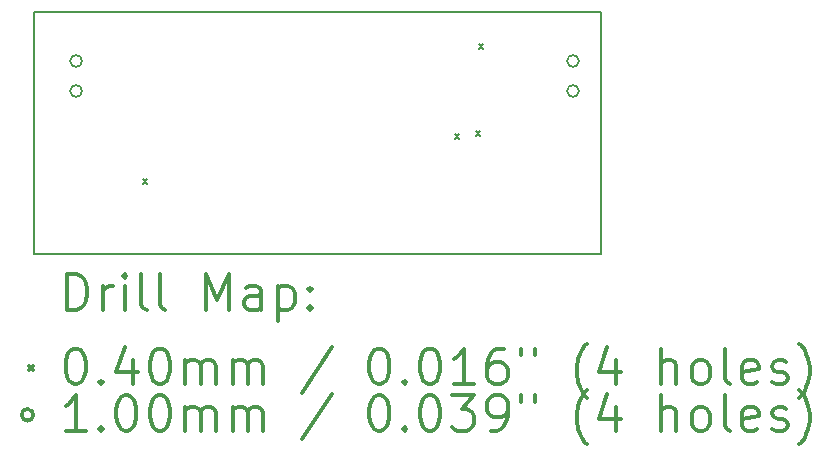
<source format=gbr>
%FSLAX45Y45*%
G04 Gerber Fmt 4.5, Leading zero omitted, Abs format (unit mm)*
G04 Created by KiCad (PCBNEW (5.1.6)-1) date 2021-05-11 15:15:30*
%MOMM*%
%LPD*%
G01*
G04 APERTURE LIST*
%TA.AperFunction,Profile*%
%ADD10C,0.150000*%
%TD*%
%ADD11C,0.200000*%
%ADD12C,0.300000*%
G04 APERTURE END LIST*
D10*
X12525000Y-5725000D02*
X7725000Y-5725000D01*
X12525000Y-7775000D02*
X12525000Y-5725000D01*
X7725000Y-7775000D02*
X12525000Y-7775000D01*
X7725000Y-5725000D02*
X7725000Y-7775000D01*
D11*
X8641400Y-7142800D02*
X8681400Y-7182800D01*
X8681400Y-7142800D02*
X8641400Y-7182800D01*
X11283000Y-6761800D02*
X11323000Y-6801800D01*
X11323000Y-6761800D02*
X11283000Y-6801800D01*
X11461000Y-6734000D02*
X11501000Y-6774000D01*
X11501000Y-6734000D02*
X11461000Y-6774000D01*
X11486200Y-5999800D02*
X11526200Y-6039800D01*
X11526200Y-5999800D02*
X11486200Y-6039800D01*
X8129740Y-6142990D02*
G75*
G03*
X8129740Y-6142990I-50000J0D01*
G01*
X8129740Y-6396990D02*
G75*
G03*
X8129740Y-6396990I-50000J0D01*
G01*
X12335980Y-6142990D02*
G75*
G03*
X12335980Y-6142990I-50000J0D01*
G01*
X12335980Y-6396990D02*
G75*
G03*
X12335980Y-6396990I-50000J0D01*
G01*
D12*
X8003928Y-8248214D02*
X8003928Y-7948214D01*
X8075357Y-7948214D01*
X8118214Y-7962500D01*
X8146786Y-7991071D01*
X8161071Y-8019643D01*
X8175357Y-8076786D01*
X8175357Y-8119643D01*
X8161071Y-8176786D01*
X8146786Y-8205357D01*
X8118214Y-8233929D01*
X8075357Y-8248214D01*
X8003928Y-8248214D01*
X8303928Y-8248214D02*
X8303928Y-8048214D01*
X8303928Y-8105357D02*
X8318214Y-8076786D01*
X8332500Y-8062500D01*
X8361071Y-8048214D01*
X8389643Y-8048214D01*
X8489643Y-8248214D02*
X8489643Y-8048214D01*
X8489643Y-7948214D02*
X8475357Y-7962500D01*
X8489643Y-7976786D01*
X8503928Y-7962500D01*
X8489643Y-7948214D01*
X8489643Y-7976786D01*
X8675357Y-8248214D02*
X8646786Y-8233929D01*
X8632500Y-8205357D01*
X8632500Y-7948214D01*
X8832500Y-8248214D02*
X8803928Y-8233929D01*
X8789643Y-8205357D01*
X8789643Y-7948214D01*
X9175357Y-8248214D02*
X9175357Y-7948214D01*
X9275357Y-8162500D01*
X9375357Y-7948214D01*
X9375357Y-8248214D01*
X9646786Y-8248214D02*
X9646786Y-8091071D01*
X9632500Y-8062500D01*
X9603928Y-8048214D01*
X9546786Y-8048214D01*
X9518214Y-8062500D01*
X9646786Y-8233929D02*
X9618214Y-8248214D01*
X9546786Y-8248214D01*
X9518214Y-8233929D01*
X9503928Y-8205357D01*
X9503928Y-8176786D01*
X9518214Y-8148214D01*
X9546786Y-8133929D01*
X9618214Y-8133929D01*
X9646786Y-8119643D01*
X9789643Y-8048214D02*
X9789643Y-8348214D01*
X9789643Y-8062500D02*
X9818214Y-8048214D01*
X9875357Y-8048214D01*
X9903928Y-8062500D01*
X9918214Y-8076786D01*
X9932500Y-8105357D01*
X9932500Y-8191071D01*
X9918214Y-8219643D01*
X9903928Y-8233929D01*
X9875357Y-8248214D01*
X9818214Y-8248214D01*
X9789643Y-8233929D01*
X10061071Y-8219643D02*
X10075357Y-8233929D01*
X10061071Y-8248214D01*
X10046786Y-8233929D01*
X10061071Y-8219643D01*
X10061071Y-8248214D01*
X10061071Y-8062500D02*
X10075357Y-8076786D01*
X10061071Y-8091071D01*
X10046786Y-8076786D01*
X10061071Y-8062500D01*
X10061071Y-8091071D01*
X7677500Y-8722500D02*
X7717500Y-8762500D01*
X7717500Y-8722500D02*
X7677500Y-8762500D01*
X8061071Y-8578214D02*
X8089643Y-8578214D01*
X8118214Y-8592500D01*
X8132500Y-8606786D01*
X8146786Y-8635357D01*
X8161071Y-8692500D01*
X8161071Y-8763929D01*
X8146786Y-8821072D01*
X8132500Y-8849643D01*
X8118214Y-8863929D01*
X8089643Y-8878214D01*
X8061071Y-8878214D01*
X8032500Y-8863929D01*
X8018214Y-8849643D01*
X8003928Y-8821072D01*
X7989643Y-8763929D01*
X7989643Y-8692500D01*
X8003928Y-8635357D01*
X8018214Y-8606786D01*
X8032500Y-8592500D01*
X8061071Y-8578214D01*
X8289643Y-8849643D02*
X8303928Y-8863929D01*
X8289643Y-8878214D01*
X8275357Y-8863929D01*
X8289643Y-8849643D01*
X8289643Y-8878214D01*
X8561071Y-8678214D02*
X8561071Y-8878214D01*
X8489643Y-8563929D02*
X8418214Y-8778214D01*
X8603928Y-8778214D01*
X8775357Y-8578214D02*
X8803928Y-8578214D01*
X8832500Y-8592500D01*
X8846786Y-8606786D01*
X8861071Y-8635357D01*
X8875357Y-8692500D01*
X8875357Y-8763929D01*
X8861071Y-8821072D01*
X8846786Y-8849643D01*
X8832500Y-8863929D01*
X8803928Y-8878214D01*
X8775357Y-8878214D01*
X8746786Y-8863929D01*
X8732500Y-8849643D01*
X8718214Y-8821072D01*
X8703928Y-8763929D01*
X8703928Y-8692500D01*
X8718214Y-8635357D01*
X8732500Y-8606786D01*
X8746786Y-8592500D01*
X8775357Y-8578214D01*
X9003928Y-8878214D02*
X9003928Y-8678214D01*
X9003928Y-8706786D02*
X9018214Y-8692500D01*
X9046786Y-8678214D01*
X9089643Y-8678214D01*
X9118214Y-8692500D01*
X9132500Y-8721072D01*
X9132500Y-8878214D01*
X9132500Y-8721072D02*
X9146786Y-8692500D01*
X9175357Y-8678214D01*
X9218214Y-8678214D01*
X9246786Y-8692500D01*
X9261071Y-8721072D01*
X9261071Y-8878214D01*
X9403928Y-8878214D02*
X9403928Y-8678214D01*
X9403928Y-8706786D02*
X9418214Y-8692500D01*
X9446786Y-8678214D01*
X9489643Y-8678214D01*
X9518214Y-8692500D01*
X9532500Y-8721072D01*
X9532500Y-8878214D01*
X9532500Y-8721072D02*
X9546786Y-8692500D01*
X9575357Y-8678214D01*
X9618214Y-8678214D01*
X9646786Y-8692500D01*
X9661071Y-8721072D01*
X9661071Y-8878214D01*
X10246786Y-8563929D02*
X9989643Y-8949643D01*
X10632500Y-8578214D02*
X10661071Y-8578214D01*
X10689643Y-8592500D01*
X10703928Y-8606786D01*
X10718214Y-8635357D01*
X10732500Y-8692500D01*
X10732500Y-8763929D01*
X10718214Y-8821072D01*
X10703928Y-8849643D01*
X10689643Y-8863929D01*
X10661071Y-8878214D01*
X10632500Y-8878214D01*
X10603928Y-8863929D01*
X10589643Y-8849643D01*
X10575357Y-8821072D01*
X10561071Y-8763929D01*
X10561071Y-8692500D01*
X10575357Y-8635357D01*
X10589643Y-8606786D01*
X10603928Y-8592500D01*
X10632500Y-8578214D01*
X10861071Y-8849643D02*
X10875357Y-8863929D01*
X10861071Y-8878214D01*
X10846786Y-8863929D01*
X10861071Y-8849643D01*
X10861071Y-8878214D01*
X11061071Y-8578214D02*
X11089643Y-8578214D01*
X11118214Y-8592500D01*
X11132500Y-8606786D01*
X11146786Y-8635357D01*
X11161071Y-8692500D01*
X11161071Y-8763929D01*
X11146786Y-8821072D01*
X11132500Y-8849643D01*
X11118214Y-8863929D01*
X11089643Y-8878214D01*
X11061071Y-8878214D01*
X11032500Y-8863929D01*
X11018214Y-8849643D01*
X11003928Y-8821072D01*
X10989643Y-8763929D01*
X10989643Y-8692500D01*
X11003928Y-8635357D01*
X11018214Y-8606786D01*
X11032500Y-8592500D01*
X11061071Y-8578214D01*
X11446786Y-8878214D02*
X11275357Y-8878214D01*
X11361071Y-8878214D02*
X11361071Y-8578214D01*
X11332500Y-8621072D01*
X11303928Y-8649643D01*
X11275357Y-8663929D01*
X11703928Y-8578214D02*
X11646786Y-8578214D01*
X11618214Y-8592500D01*
X11603928Y-8606786D01*
X11575357Y-8649643D01*
X11561071Y-8706786D01*
X11561071Y-8821072D01*
X11575357Y-8849643D01*
X11589643Y-8863929D01*
X11618214Y-8878214D01*
X11675357Y-8878214D01*
X11703928Y-8863929D01*
X11718214Y-8849643D01*
X11732500Y-8821072D01*
X11732500Y-8749643D01*
X11718214Y-8721072D01*
X11703928Y-8706786D01*
X11675357Y-8692500D01*
X11618214Y-8692500D01*
X11589643Y-8706786D01*
X11575357Y-8721072D01*
X11561071Y-8749643D01*
X11846786Y-8578214D02*
X11846786Y-8635357D01*
X11961071Y-8578214D02*
X11961071Y-8635357D01*
X12403928Y-8992500D02*
X12389643Y-8978214D01*
X12361071Y-8935357D01*
X12346786Y-8906786D01*
X12332500Y-8863929D01*
X12318214Y-8792500D01*
X12318214Y-8735357D01*
X12332500Y-8663929D01*
X12346786Y-8621072D01*
X12361071Y-8592500D01*
X12389643Y-8549643D01*
X12403928Y-8535357D01*
X12646786Y-8678214D02*
X12646786Y-8878214D01*
X12575357Y-8563929D02*
X12503928Y-8778214D01*
X12689643Y-8778214D01*
X13032500Y-8878214D02*
X13032500Y-8578214D01*
X13161071Y-8878214D02*
X13161071Y-8721072D01*
X13146786Y-8692500D01*
X13118214Y-8678214D01*
X13075357Y-8678214D01*
X13046786Y-8692500D01*
X13032500Y-8706786D01*
X13346786Y-8878214D02*
X13318214Y-8863929D01*
X13303928Y-8849643D01*
X13289643Y-8821072D01*
X13289643Y-8735357D01*
X13303928Y-8706786D01*
X13318214Y-8692500D01*
X13346786Y-8678214D01*
X13389643Y-8678214D01*
X13418214Y-8692500D01*
X13432500Y-8706786D01*
X13446786Y-8735357D01*
X13446786Y-8821072D01*
X13432500Y-8849643D01*
X13418214Y-8863929D01*
X13389643Y-8878214D01*
X13346786Y-8878214D01*
X13618214Y-8878214D02*
X13589643Y-8863929D01*
X13575357Y-8835357D01*
X13575357Y-8578214D01*
X13846786Y-8863929D02*
X13818214Y-8878214D01*
X13761071Y-8878214D01*
X13732500Y-8863929D01*
X13718214Y-8835357D01*
X13718214Y-8721072D01*
X13732500Y-8692500D01*
X13761071Y-8678214D01*
X13818214Y-8678214D01*
X13846786Y-8692500D01*
X13861071Y-8721072D01*
X13861071Y-8749643D01*
X13718214Y-8778214D01*
X13975357Y-8863929D02*
X14003928Y-8878214D01*
X14061071Y-8878214D01*
X14089643Y-8863929D01*
X14103928Y-8835357D01*
X14103928Y-8821072D01*
X14089643Y-8792500D01*
X14061071Y-8778214D01*
X14018214Y-8778214D01*
X13989643Y-8763929D01*
X13975357Y-8735357D01*
X13975357Y-8721072D01*
X13989643Y-8692500D01*
X14018214Y-8678214D01*
X14061071Y-8678214D01*
X14089643Y-8692500D01*
X14203928Y-8992500D02*
X14218214Y-8978214D01*
X14246786Y-8935357D01*
X14261071Y-8906786D01*
X14275357Y-8863929D01*
X14289643Y-8792500D01*
X14289643Y-8735357D01*
X14275357Y-8663929D01*
X14261071Y-8621072D01*
X14246786Y-8592500D01*
X14218214Y-8549643D01*
X14203928Y-8535357D01*
X7717500Y-9138500D02*
G75*
G03*
X7717500Y-9138500I-50000J0D01*
G01*
X8161071Y-9274214D02*
X7989643Y-9274214D01*
X8075357Y-9274214D02*
X8075357Y-8974214D01*
X8046786Y-9017072D01*
X8018214Y-9045643D01*
X7989643Y-9059929D01*
X8289643Y-9245643D02*
X8303928Y-9259929D01*
X8289643Y-9274214D01*
X8275357Y-9259929D01*
X8289643Y-9245643D01*
X8289643Y-9274214D01*
X8489643Y-8974214D02*
X8518214Y-8974214D01*
X8546786Y-8988500D01*
X8561071Y-9002786D01*
X8575357Y-9031357D01*
X8589643Y-9088500D01*
X8589643Y-9159929D01*
X8575357Y-9217072D01*
X8561071Y-9245643D01*
X8546786Y-9259929D01*
X8518214Y-9274214D01*
X8489643Y-9274214D01*
X8461071Y-9259929D01*
X8446786Y-9245643D01*
X8432500Y-9217072D01*
X8418214Y-9159929D01*
X8418214Y-9088500D01*
X8432500Y-9031357D01*
X8446786Y-9002786D01*
X8461071Y-8988500D01*
X8489643Y-8974214D01*
X8775357Y-8974214D02*
X8803928Y-8974214D01*
X8832500Y-8988500D01*
X8846786Y-9002786D01*
X8861071Y-9031357D01*
X8875357Y-9088500D01*
X8875357Y-9159929D01*
X8861071Y-9217072D01*
X8846786Y-9245643D01*
X8832500Y-9259929D01*
X8803928Y-9274214D01*
X8775357Y-9274214D01*
X8746786Y-9259929D01*
X8732500Y-9245643D01*
X8718214Y-9217072D01*
X8703928Y-9159929D01*
X8703928Y-9088500D01*
X8718214Y-9031357D01*
X8732500Y-9002786D01*
X8746786Y-8988500D01*
X8775357Y-8974214D01*
X9003928Y-9274214D02*
X9003928Y-9074214D01*
X9003928Y-9102786D02*
X9018214Y-9088500D01*
X9046786Y-9074214D01*
X9089643Y-9074214D01*
X9118214Y-9088500D01*
X9132500Y-9117072D01*
X9132500Y-9274214D01*
X9132500Y-9117072D02*
X9146786Y-9088500D01*
X9175357Y-9074214D01*
X9218214Y-9074214D01*
X9246786Y-9088500D01*
X9261071Y-9117072D01*
X9261071Y-9274214D01*
X9403928Y-9274214D02*
X9403928Y-9074214D01*
X9403928Y-9102786D02*
X9418214Y-9088500D01*
X9446786Y-9074214D01*
X9489643Y-9074214D01*
X9518214Y-9088500D01*
X9532500Y-9117072D01*
X9532500Y-9274214D01*
X9532500Y-9117072D02*
X9546786Y-9088500D01*
X9575357Y-9074214D01*
X9618214Y-9074214D01*
X9646786Y-9088500D01*
X9661071Y-9117072D01*
X9661071Y-9274214D01*
X10246786Y-8959929D02*
X9989643Y-9345643D01*
X10632500Y-8974214D02*
X10661071Y-8974214D01*
X10689643Y-8988500D01*
X10703928Y-9002786D01*
X10718214Y-9031357D01*
X10732500Y-9088500D01*
X10732500Y-9159929D01*
X10718214Y-9217072D01*
X10703928Y-9245643D01*
X10689643Y-9259929D01*
X10661071Y-9274214D01*
X10632500Y-9274214D01*
X10603928Y-9259929D01*
X10589643Y-9245643D01*
X10575357Y-9217072D01*
X10561071Y-9159929D01*
X10561071Y-9088500D01*
X10575357Y-9031357D01*
X10589643Y-9002786D01*
X10603928Y-8988500D01*
X10632500Y-8974214D01*
X10861071Y-9245643D02*
X10875357Y-9259929D01*
X10861071Y-9274214D01*
X10846786Y-9259929D01*
X10861071Y-9245643D01*
X10861071Y-9274214D01*
X11061071Y-8974214D02*
X11089643Y-8974214D01*
X11118214Y-8988500D01*
X11132500Y-9002786D01*
X11146786Y-9031357D01*
X11161071Y-9088500D01*
X11161071Y-9159929D01*
X11146786Y-9217072D01*
X11132500Y-9245643D01*
X11118214Y-9259929D01*
X11089643Y-9274214D01*
X11061071Y-9274214D01*
X11032500Y-9259929D01*
X11018214Y-9245643D01*
X11003928Y-9217072D01*
X10989643Y-9159929D01*
X10989643Y-9088500D01*
X11003928Y-9031357D01*
X11018214Y-9002786D01*
X11032500Y-8988500D01*
X11061071Y-8974214D01*
X11261071Y-8974214D02*
X11446786Y-8974214D01*
X11346786Y-9088500D01*
X11389643Y-9088500D01*
X11418214Y-9102786D01*
X11432500Y-9117072D01*
X11446786Y-9145643D01*
X11446786Y-9217072D01*
X11432500Y-9245643D01*
X11418214Y-9259929D01*
X11389643Y-9274214D01*
X11303928Y-9274214D01*
X11275357Y-9259929D01*
X11261071Y-9245643D01*
X11589643Y-9274214D02*
X11646786Y-9274214D01*
X11675357Y-9259929D01*
X11689643Y-9245643D01*
X11718214Y-9202786D01*
X11732500Y-9145643D01*
X11732500Y-9031357D01*
X11718214Y-9002786D01*
X11703928Y-8988500D01*
X11675357Y-8974214D01*
X11618214Y-8974214D01*
X11589643Y-8988500D01*
X11575357Y-9002786D01*
X11561071Y-9031357D01*
X11561071Y-9102786D01*
X11575357Y-9131357D01*
X11589643Y-9145643D01*
X11618214Y-9159929D01*
X11675357Y-9159929D01*
X11703928Y-9145643D01*
X11718214Y-9131357D01*
X11732500Y-9102786D01*
X11846786Y-8974214D02*
X11846786Y-9031357D01*
X11961071Y-8974214D02*
X11961071Y-9031357D01*
X12403928Y-9388500D02*
X12389643Y-9374214D01*
X12361071Y-9331357D01*
X12346786Y-9302786D01*
X12332500Y-9259929D01*
X12318214Y-9188500D01*
X12318214Y-9131357D01*
X12332500Y-9059929D01*
X12346786Y-9017072D01*
X12361071Y-8988500D01*
X12389643Y-8945643D01*
X12403928Y-8931357D01*
X12646786Y-9074214D02*
X12646786Y-9274214D01*
X12575357Y-8959929D02*
X12503928Y-9174214D01*
X12689643Y-9174214D01*
X13032500Y-9274214D02*
X13032500Y-8974214D01*
X13161071Y-9274214D02*
X13161071Y-9117072D01*
X13146786Y-9088500D01*
X13118214Y-9074214D01*
X13075357Y-9074214D01*
X13046786Y-9088500D01*
X13032500Y-9102786D01*
X13346786Y-9274214D02*
X13318214Y-9259929D01*
X13303928Y-9245643D01*
X13289643Y-9217072D01*
X13289643Y-9131357D01*
X13303928Y-9102786D01*
X13318214Y-9088500D01*
X13346786Y-9074214D01*
X13389643Y-9074214D01*
X13418214Y-9088500D01*
X13432500Y-9102786D01*
X13446786Y-9131357D01*
X13446786Y-9217072D01*
X13432500Y-9245643D01*
X13418214Y-9259929D01*
X13389643Y-9274214D01*
X13346786Y-9274214D01*
X13618214Y-9274214D02*
X13589643Y-9259929D01*
X13575357Y-9231357D01*
X13575357Y-8974214D01*
X13846786Y-9259929D02*
X13818214Y-9274214D01*
X13761071Y-9274214D01*
X13732500Y-9259929D01*
X13718214Y-9231357D01*
X13718214Y-9117072D01*
X13732500Y-9088500D01*
X13761071Y-9074214D01*
X13818214Y-9074214D01*
X13846786Y-9088500D01*
X13861071Y-9117072D01*
X13861071Y-9145643D01*
X13718214Y-9174214D01*
X13975357Y-9259929D02*
X14003928Y-9274214D01*
X14061071Y-9274214D01*
X14089643Y-9259929D01*
X14103928Y-9231357D01*
X14103928Y-9217072D01*
X14089643Y-9188500D01*
X14061071Y-9174214D01*
X14018214Y-9174214D01*
X13989643Y-9159929D01*
X13975357Y-9131357D01*
X13975357Y-9117072D01*
X13989643Y-9088500D01*
X14018214Y-9074214D01*
X14061071Y-9074214D01*
X14089643Y-9088500D01*
X14203928Y-9388500D02*
X14218214Y-9374214D01*
X14246786Y-9331357D01*
X14261071Y-9302786D01*
X14275357Y-9259929D01*
X14289643Y-9188500D01*
X14289643Y-9131357D01*
X14275357Y-9059929D01*
X14261071Y-9017072D01*
X14246786Y-8988500D01*
X14218214Y-8945643D01*
X14203928Y-8931357D01*
M02*

</source>
